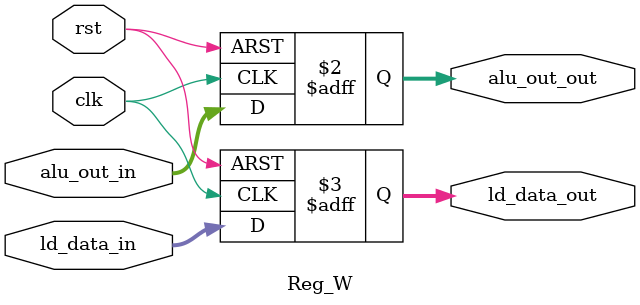
<source format=v>
module Reg_W(
    input             clk,
    input             rst,
    input      [31:0] alu_out_in,
    input      [31:0] ld_data_in,
    output reg [31:0] alu_out_out,
    output reg [31:0] ld_data_out
);

always@ (posedge clk or posedge rst) begin
    if (rst) begin
        alu_out_out <= 32'd0;
        ld_data_out <= 32'd0;
    end
    else begin
        alu_out_out <= alu_out_in;
        ld_data_out <= ld_data_in;
    end
end
endmodule
</source>
